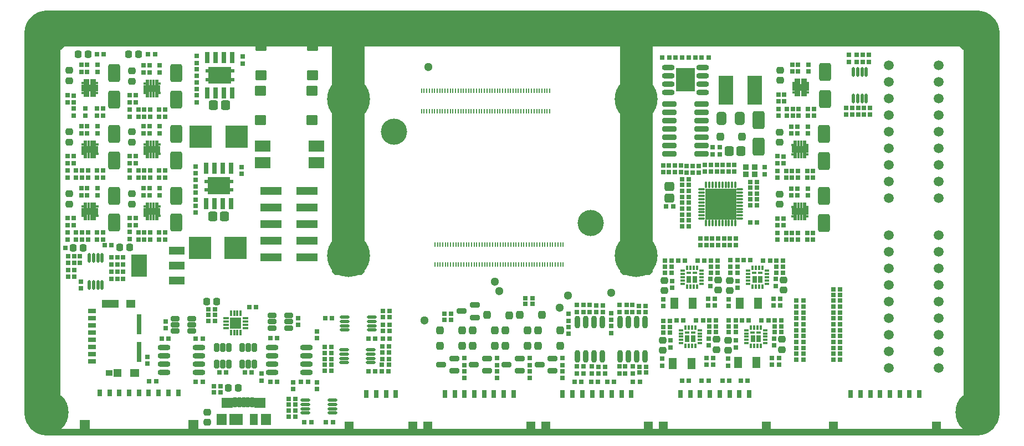
<source format=gbr>
G04*
G04 #@! TF.GenerationSoftware,Altium Limited,Altium Designer,24.9.1 (31)*
G04*
G04 Layer_Color=8388736*
%FSLAX44Y44*%
%MOMM*%
G71*
G04*
G04 #@! TF.SameCoordinates,11843470-2C0B-4DC8-9AB9-1888B6BF92CD*
G04*
G04*
G04 #@! TF.FilePolarity,Negative*
G04*
G01*
G75*
%ADD21R,0.6604X1.0414*%
%ADD64R,0.7000X1.0000*%
%ADD74R,3.1750X1.2700*%
%ADD75R,1.4986X2.0574*%
G04:AMPARAMS|DCode=76|XSize=1.1032mm|YSize=1.1532mm|CornerRadius=0.2016mm|HoleSize=0mm|Usage=FLASHONLY|Rotation=0.000|XOffset=0mm|YOffset=0mm|HoleType=Round|Shape=RoundedRectangle|*
%AMROUNDEDRECTD76*
21,1,1.1032,0.7500,0,0,0.0*
21,1,0.7000,1.1532,0,0,0.0*
1,1,0.4032,0.3500,-0.3750*
1,1,0.4032,-0.3500,-0.3750*
1,1,0.4032,-0.3500,0.3750*
1,1,0.4032,0.3500,0.3750*
%
%ADD76ROUNDEDRECTD76*%
G04:AMPARAMS|DCode=77|XSize=0.25mm|YSize=0.75mm|CornerRadius=0.075mm|HoleSize=0mm|Usage=FLASHONLY|Rotation=180.000|XOffset=0mm|YOffset=0mm|HoleType=Round|Shape=RoundedRectangle|*
%AMROUNDEDRECTD77*
21,1,0.2500,0.6000,0,0,180.0*
21,1,0.1000,0.7500,0,0,180.0*
1,1,0.1500,-0.0500,0.3000*
1,1,0.1500,0.0500,0.3000*
1,1,0.1500,0.0500,-0.3000*
1,1,0.1500,-0.0500,-0.3000*
%
%ADD77ROUNDEDRECTD77*%
%ADD78R,0.5032X0.8532*%
%ADD79R,0.8532X0.4532*%
%ADD80R,0.4532X0.8532*%
%ADD81R,2.6032X0.5032*%
%ADD82R,4.7000X4.7000*%
G04:AMPARAMS|DCode=83|XSize=0.36mm|YSize=0.94mm|CornerRadius=0.0825mm|HoleSize=0mm|Usage=FLASHONLY|Rotation=180.000|XOffset=0mm|YOffset=0mm|HoleType=Round|Shape=RoundedRectangle|*
%AMROUNDEDRECTD83*
21,1,0.3600,0.7750,0,0,180.0*
21,1,0.1950,0.9400,0,0,180.0*
1,1,0.1650,-0.0975,0.3875*
1,1,0.1650,0.0975,0.3875*
1,1,0.1650,0.0975,-0.3875*
1,1,0.1650,-0.0975,-0.3875*
%
%ADD83ROUNDEDRECTD83*%
G04:AMPARAMS|DCode=84|XSize=0.94mm|YSize=0.36mm|CornerRadius=0.0825mm|HoleSize=0mm|Usage=FLASHONLY|Rotation=180.000|XOffset=0mm|YOffset=0mm|HoleType=Round|Shape=RoundedRectangle|*
%AMROUNDEDRECTD84*
21,1,0.9400,0.1950,0,0,180.0*
21,1,0.7750,0.3600,0,0,180.0*
1,1,0.1650,-0.3875,0.0975*
1,1,0.1650,0.3875,0.0975*
1,1,0.1650,0.3875,-0.0975*
1,1,0.1650,-0.3875,-0.0975*
%
%ADD84ROUNDEDRECTD84*%
G04:AMPARAMS|DCode=85|XSize=1.1532mm|YSize=1.0532mm|CornerRadius=0.3141mm|HoleSize=0mm|Usage=FLASHONLY|Rotation=180.000|XOffset=0mm|YOffset=0mm|HoleType=Round|Shape=RoundedRectangle|*
%AMROUNDEDRECTD85*
21,1,1.1532,0.4250,0,0,180.0*
21,1,0.5250,1.0532,0,0,180.0*
1,1,0.6282,-0.2625,0.2125*
1,1,0.6282,0.2625,0.2125*
1,1,0.6282,0.2625,-0.2125*
1,1,0.6282,-0.2625,-0.2125*
%
%ADD85ROUNDEDRECTD85*%
G04:AMPARAMS|DCode=86|XSize=1.8532mm|YSize=2.7532mm|CornerRadius=0.3516mm|HoleSize=0mm|Usage=FLASHONLY|Rotation=180.000|XOffset=0mm|YOffset=0mm|HoleType=Round|Shape=RoundedRectangle|*
%AMROUNDEDRECTD86*
21,1,1.8532,2.0500,0,0,180.0*
21,1,1.1500,2.7532,0,0,180.0*
1,1,0.7032,-0.5750,1.0250*
1,1,0.7032,0.5750,1.0250*
1,1,0.7032,0.5750,-1.0250*
1,1,0.7032,-0.5750,-1.0250*
%
%ADD86ROUNDEDRECTD86*%
G04:AMPARAMS|DCode=87|XSize=1.1532mm|YSize=1.0532mm|CornerRadius=0.3141mm|HoleSize=0mm|Usage=FLASHONLY|Rotation=270.000|XOffset=0mm|YOffset=0mm|HoleType=Round|Shape=RoundedRectangle|*
%AMROUNDEDRECTD87*
21,1,1.1532,0.4250,0,0,270.0*
21,1,0.5250,1.0532,0,0,270.0*
1,1,0.6282,-0.2125,-0.2625*
1,1,0.6282,-0.2125,0.2625*
1,1,0.6282,0.2125,0.2625*
1,1,0.6282,0.2125,-0.2625*
%
%ADD87ROUNDEDRECTD87*%
%ADD88R,2.3632X1.7232*%
G04:AMPARAMS|DCode=89|XSize=1.7mm|YSize=1.5mm|CornerRadius=0.057mm|HoleSize=0mm|Usage=FLASHONLY|Rotation=0.000|XOffset=0mm|YOffset=0mm|HoleType=Round|Shape=RoundedRectangle|*
%AMROUNDEDRECTD89*
21,1,1.7000,1.3860,0,0,0.0*
21,1,1.5860,1.5000,0,0,0.0*
1,1,0.1140,0.7930,-0.6930*
1,1,0.1140,-0.7930,-0.6930*
1,1,0.1140,-0.7930,0.6930*
1,1,0.1140,0.7930,0.6930*
%
%ADD89ROUNDEDRECTD89*%
%ADD90R,0.7016X1.6516*%
G04:AMPARAMS|DCode=91|XSize=1.4032mm|YSize=1.5032mm|CornerRadius=0.3516mm|HoleSize=0mm|Usage=FLASHONLY|Rotation=180.000|XOffset=0mm|YOffset=0mm|HoleType=Round|Shape=RoundedRectangle|*
%AMROUNDEDRECTD91*
21,1,1.4032,0.8000,0,0,180.0*
21,1,0.7000,1.5032,0,0,180.0*
1,1,0.7032,-0.3500,0.4000*
1,1,0.7032,0.3500,0.4000*
1,1,0.7032,0.3500,-0.4000*
1,1,0.7032,-0.3500,-0.4000*
%
%ADD91ROUNDEDRECTD91*%
%ADD92R,3.5032X3.3532*%
%ADD93O,0.4516X1.5016*%
%ADD94R,2.3532X1.1532*%
%ADD95R,2.3532X3.4532*%
%ADD96R,0.7620X3.1242*%
%ADD97R,1.1938X0.7112*%
%ADD98R,0.9906X0.9144*%
%ADD99R,1.2954X1.2446*%
%ADD100R,1.3970X1.2446*%
%ADD101R,2.5908X1.2446*%
G04:AMPARAMS|DCode=102|XSize=1.8432mm|YSize=0.7932mm|CornerRadius=0.2491mm|HoleSize=0mm|Usage=FLASHONLY|Rotation=180.000|XOffset=0mm|YOffset=0mm|HoleType=Round|Shape=RoundedRectangle|*
%AMROUNDEDRECTD102*
21,1,1.8432,0.2950,0,0,180.0*
21,1,1.3450,0.7932,0,0,180.0*
1,1,0.4982,-0.6725,0.1475*
1,1,0.4982,0.6725,0.1475*
1,1,0.4982,0.6725,-0.1475*
1,1,0.4982,-0.6725,-0.1475*
%
%ADD102ROUNDEDRECTD102*%
G04:AMPARAMS|DCode=103|XSize=1.4132mm|YSize=0.7932mm|CornerRadius=0.1754mm|HoleSize=0mm|Usage=FLASHONLY|Rotation=180.000|XOffset=0mm|YOffset=0mm|HoleType=Round|Shape=RoundedRectangle|*
%AMROUNDEDRECTD103*
21,1,1.4132,0.4425,0,0,180.0*
21,1,1.0625,0.7932,0,0,180.0*
1,1,0.3507,-0.5313,0.2213*
1,1,0.3507,0.5313,0.2213*
1,1,0.3507,0.5313,-0.2213*
1,1,0.3507,-0.5313,-0.2213*
%
%ADD103ROUNDEDRECTD103*%
G04:AMPARAMS|DCode=104|XSize=0.91mm|YSize=0.34mm|CornerRadius=0.0491mm|HoleSize=0mm|Usage=FLASHONLY|Rotation=270.000|XOffset=0mm|YOffset=0mm|HoleType=Round|Shape=RoundedRectangle|*
%AMROUNDEDRECTD104*
21,1,0.9100,0.2418,0,0,270.0*
21,1,0.8118,0.3400,0,0,270.0*
1,1,0.0982,-0.1209,-0.4059*
1,1,0.0982,-0.1209,0.4059*
1,1,0.0982,0.1209,0.4059*
1,1,0.0982,0.1209,-0.4059*
%
%ADD104ROUNDEDRECTD104*%
G04:AMPARAMS|DCode=105|XSize=0.34mm|YSize=0.91mm|CornerRadius=0.0491mm|HoleSize=0mm|Usage=FLASHONLY|Rotation=270.000|XOffset=0mm|YOffset=0mm|HoleType=Round|Shape=RoundedRectangle|*
%AMROUNDEDRECTD105*
21,1,0.3400,0.8118,0,0,270.0*
21,1,0.2418,0.9100,0,0,270.0*
1,1,0.0982,-0.4059,-0.1209*
1,1,0.0982,-0.4059,0.1209*
1,1,0.0982,0.4059,0.1209*
1,1,0.0982,0.4059,-0.1209*
%
%ADD105ROUNDEDRECTD105*%
%ADD106R,1.7800X1.7800*%
G04:AMPARAMS|DCode=107|XSize=1.4132mm|YSize=0.7932mm|CornerRadius=0.1754mm|HoleSize=0mm|Usage=FLASHONLY|Rotation=270.000|XOffset=0mm|YOffset=0mm|HoleType=Round|Shape=RoundedRectangle|*
%AMROUNDEDRECTD107*
21,1,1.4132,0.4425,0,0,270.0*
21,1,1.0625,0.7932,0,0,270.0*
1,1,0.3507,-0.2213,-0.5313*
1,1,0.3507,-0.2213,0.5313*
1,1,0.3507,0.2213,0.5313*
1,1,0.3507,0.2213,-0.5313*
%
%ADD107ROUNDEDRECTD107*%
G04:AMPARAMS|DCode=108|XSize=0.6604mm|YSize=1.5748mm|CornerRadius=0.2159mm|HoleSize=0mm|Usage=FLASHONLY|Rotation=0.000|XOffset=0mm|YOffset=0mm|HoleType=Round|Shape=RoundedRectangle|*
%AMROUNDEDRECTD108*
21,1,0.6604,1.1430,0,0,0.0*
21,1,0.2286,1.5748,0,0,0.0*
1,1,0.4318,0.1143,-0.5715*
1,1,0.4318,-0.1143,-0.5715*
1,1,0.4318,-0.1143,0.5715*
1,1,0.4318,0.1143,0.5715*
%
%ADD108ROUNDEDRECTD108*%
%ADD109R,1.5032X1.8032*%
%ADD110R,1.7526X1.6256*%
%ADD111R,2.0032X1.8032*%
%ADD112R,1.2032X1.8032*%
%ADD113O,1.5016X0.4516*%
G04:AMPARAMS|DCode=114|XSize=1.5232mm|YSize=0.8032mm|CornerRadius=0.1766mm|HoleSize=0mm|Usage=FLASHONLY|Rotation=180.000|XOffset=0mm|YOffset=0mm|HoleType=Round|Shape=RoundedRectangle|*
%AMROUNDEDRECTD114*
21,1,1.5232,0.4500,0,0,180.0*
21,1,1.1700,0.8032,0,0,180.0*
1,1,0.3532,-0.5850,0.2250*
1,1,0.3532,0.5850,0.2250*
1,1,0.3532,0.5850,-0.2250*
1,1,0.3532,-0.5850,-0.2250*
%
%ADD114ROUNDEDRECTD114*%
G04:AMPARAMS|DCode=115|XSize=1.8432mm|YSize=0.7932mm|CornerRadius=0.2491mm|HoleSize=0mm|Usage=FLASHONLY|Rotation=90.000|XOffset=0mm|YOffset=0mm|HoleType=Round|Shape=RoundedRectangle|*
%AMROUNDEDRECTD115*
21,1,1.8432,0.2950,0,0,90.0*
21,1,1.3450,0.7932,0,0,90.0*
1,1,0.4982,0.1475,0.6725*
1,1,0.4982,0.1475,-0.6725*
1,1,0.4982,-0.1475,-0.6725*
1,1,0.4982,-0.1475,0.6725*
%
%ADD115ROUNDEDRECTD115*%
G04:AMPARAMS|DCode=116|XSize=0.75mm|YSize=0.7mm|CornerRadius=0.2mm|HoleSize=0mm|Usage=FLASHONLY|Rotation=90.000|XOffset=0mm|YOffset=0mm|HoleType=Round|Shape=RoundedRectangle|*
%AMROUNDEDRECTD116*
21,1,0.7500,0.3000,0,0,90.0*
21,1,0.3500,0.7000,0,0,90.0*
1,1,0.4000,0.1500,0.1750*
1,1,0.4000,0.1500,-0.1750*
1,1,0.4000,-0.1500,-0.1750*
1,1,0.4000,-0.1500,0.1750*
%
%ADD116ROUNDEDRECTD116*%
%ADD117R,0.7524X1.1524*%
%ADD118R,1.4024X1.9524*%
%ADD119R,0.7500X0.3500*%
%ADD120R,0.3500X0.7500*%
%ADD121R,0.7500X0.3286*%
%ADD122R,0.7500X0.4000*%
G04:AMPARAMS|DCode=123|XSize=0.75mm|YSize=0.7mm|CornerRadius=0.2mm|HoleSize=0mm|Usage=FLASHONLY|Rotation=180.000|XOffset=0mm|YOffset=0mm|HoleType=Round|Shape=RoundedRectangle|*
%AMROUNDEDRECTD123*
21,1,0.7500,0.3000,0,0,180.0*
21,1,0.3500,0.7000,0,0,180.0*
1,1,0.4000,-0.1750,0.1500*
1,1,0.4000,0.1750,0.1500*
1,1,0.4000,0.1750,-0.1500*
1,1,0.4000,-0.1750,-0.1500*
%
%ADD123ROUNDEDRECTD123*%
%ADD124R,1.2032X1.7032*%
G04:AMPARAMS|DCode=125|XSize=1.4032mm|YSize=1.5032mm|CornerRadius=0.3516mm|HoleSize=0mm|Usage=FLASHONLY|Rotation=270.000|XOffset=0mm|YOffset=0mm|HoleType=Round|Shape=RoundedRectangle|*
%AMROUNDEDRECTD125*
21,1,1.4032,0.8000,0,0,270.0*
21,1,0.7000,1.5032,0,0,270.0*
1,1,0.7032,-0.4000,-0.3500*
1,1,0.7032,-0.4000,0.3500*
1,1,0.7032,0.4000,0.3500*
1,1,0.7032,0.4000,-0.3500*
%
%ADD125ROUNDEDRECTD125*%
G04:AMPARAMS|DCode=126|XSize=2.1732mm|YSize=0.8032mm|CornerRadius=0.2516mm|HoleSize=0mm|Usage=FLASHONLY|Rotation=180.000|XOffset=0mm|YOffset=0mm|HoleType=Round|Shape=RoundedRectangle|*
%AMROUNDEDRECTD126*
21,1,2.1732,0.3000,0,0,180.0*
21,1,1.6700,0.8032,0,0,180.0*
1,1,0.5032,-0.8350,0.1500*
1,1,0.5032,0.8350,0.1500*
1,1,0.5032,0.8350,-0.1500*
1,1,0.5032,-0.8350,-0.1500*
%
%ADD126ROUNDEDRECTD126*%
%ADD127R,2.9210X3.6068*%
G04:AMPARAMS|DCode=128|XSize=1.9532mm|YSize=1.4532mm|CornerRadius=0.3516mm|HoleSize=0mm|Usage=FLASHONLY|Rotation=90.000|XOffset=0mm|YOffset=0mm|HoleType=Round|Shape=RoundedRectangle|*
%AMROUNDEDRECTD128*
21,1,1.9532,0.7500,0,0,90.0*
21,1,1.2500,1.4532,0,0,90.0*
1,1,0.7032,0.3750,0.6250*
1,1,0.7032,0.3750,-0.6250*
1,1,0.7032,-0.3750,-0.6250*
1,1,0.7032,-0.3750,0.6250*
%
%ADD128ROUNDEDRECTD128*%
%ADD129R,0.9500X0.8500*%
%ADD130R,2.2032X4.4032*%
%ADD131C,1.3000*%
%ADD132C,0.6016*%
%ADD133C,1.5000*%
%ADD134C,1.5240*%
%ADD135C,6.5532*%
%ADD136C,4.0000*%
G36*
X40000Y655000D02*
X1460000Y655000D01*
X1460000Y654999D01*
X1462294Y655000D01*
X1466843Y654401D01*
X1471275Y653214D01*
X1475513Y651458D01*
X1479487Y649164D01*
X1483127Y646371D01*
X1486371Y643127D01*
X1489164Y639487D01*
X1491458Y635513D01*
X1493214Y631275D01*
X1494401Y626843D01*
X1495000Y622294D01*
X1495000Y620000D01*
X1495000Y40000D01*
X1495000Y40000D01*
Y37706D01*
X1494401Y33157D01*
X1493213Y28725D01*
X1491458Y24486D01*
X1489164Y20513D01*
X1486371Y16873D01*
X1483126Y13629D01*
X1479487Y10836D01*
X1475513Y8542D01*
X1471274Y6786D01*
X1466843Y5599D01*
X1462294Y5000D01*
X39998D01*
X37704Y5000D01*
X33155Y5599D01*
X28723Y6786D01*
X24485Y8542D01*
X20512Y10836D01*
X16872Y13629D01*
X13628Y16874D01*
X10835Y20513D01*
X8541Y24487D01*
X6786Y28726D01*
X5598Y33157D01*
X5000Y37706D01*
X5000Y40000D01*
Y70000D01*
Y110000D01*
Y620000D01*
X5000Y622294D01*
X5598Y626843D01*
X6786Y631275D01*
X8541Y635514D01*
X10835Y639487D01*
X13628Y643127D01*
X16872Y646372D01*
X20512Y649165D01*
X24486Y651459D01*
X28725Y653214D01*
X33157Y654402D01*
X37706Y655000D01*
X40000Y655000D01*
D02*
G37*
%LPC*%
G36*
X1440000Y600000D02*
X965000D01*
Y255000D01*
X960000Y250000D01*
X920000D01*
X915000Y255000D01*
Y600000D01*
X525000D01*
Y255000D01*
X520000Y250000D01*
X480000D01*
X475000Y255000D01*
Y600000D01*
X60000D01*
Y110000D01*
Y70000D01*
Y15157D01*
X1440000D01*
Y600000D01*
D02*
G37*
%LPD*%
G36*
X320500Y543000D02*
X286500D01*
Y569000D01*
X320500D01*
Y543000D01*
D02*
G37*
G36*
X319000Y374000D02*
X285000D01*
Y400000D01*
X319000D01*
Y374000D01*
D02*
G37*
D21*
X240000Y70420D02*
D03*
X225000D02*
D03*
X210000D02*
D03*
X195000D02*
D03*
X180000D02*
D03*
X165000D02*
D03*
X150000D02*
D03*
X135000D02*
D03*
X120000D02*
D03*
D64*
X1018000Y153000D02*
D03*
X1027000D02*
D03*
X1118000D02*
D03*
X1127000D02*
D03*
X1029501Y244000D02*
D03*
X1020501D02*
D03*
X1129501D02*
D03*
X1120501D02*
D03*
D74*
X382000Y353800D02*
D03*
Y379200D02*
D03*
X436610Y303000D02*
D03*
Y277600D02*
D03*
Y379200D02*
D03*
X382000Y303000D02*
D03*
X436610Y328400D02*
D03*
X382000Y277600D02*
D03*
Y328400D02*
D03*
X436610Y353800D02*
D03*
D75*
X96950Y18520D02*
D03*
X263050D02*
D03*
D76*
X640200Y166000D02*
D03*
X673810Y165968D02*
D03*
X762190Y189032D02*
D03*
X795800Y189000D02*
D03*
X745810Y188968D02*
D03*
X712200Y189000D02*
D03*
X790200Y142000D02*
D03*
X823811Y141968D02*
D03*
X790200Y166000D02*
D03*
X823810Y165968D02*
D03*
X740200Y166000D02*
D03*
X773810Y165968D02*
D03*
X740200Y142000D02*
D03*
X773811Y141968D02*
D03*
X690200Y142000D02*
D03*
X723811Y141968D02*
D03*
X690200Y166000D02*
D03*
X723811Y165968D02*
D03*
X640200Y142000D02*
D03*
X673811Y141968D02*
D03*
X1068200Y462000D02*
D03*
X1101811Y461968D02*
D03*
D77*
X787790Y501400D02*
D03*
X707790D02*
D03*
X703790D02*
D03*
X695790D02*
D03*
X691790D02*
D03*
X683790D02*
D03*
X679790D02*
D03*
X663790Y532200D02*
D03*
X659790D02*
D03*
X711790D02*
D03*
X783790Y501400D02*
D03*
X611790D02*
D03*
X615790D02*
D03*
X619790D02*
D03*
X623790D02*
D03*
X643790D02*
D03*
X647790D02*
D03*
X655790D02*
D03*
X659790D02*
D03*
X631790D02*
D03*
X635790D02*
D03*
X759790D02*
D03*
X719790D02*
D03*
X723790D02*
D03*
X743790Y532200D02*
D03*
X747790D02*
D03*
X735790D02*
D03*
X739790D02*
D03*
X731790D02*
D03*
X727790D02*
D03*
X715790D02*
D03*
X719790D02*
D03*
X703790D02*
D03*
X699790D02*
D03*
X695790D02*
D03*
X691790D02*
D03*
X747790Y501400D02*
D03*
X743790D02*
D03*
X731790D02*
D03*
X727790D02*
D03*
X635790Y532200D02*
D03*
X631790D02*
D03*
X623790D02*
D03*
X619790D02*
D03*
X643790D02*
D03*
X639790D02*
D03*
X615790D02*
D03*
X611790D02*
D03*
X655790D02*
D03*
X651790D02*
D03*
X683790D02*
D03*
X679790D02*
D03*
X675790D02*
D03*
X671790D02*
D03*
Y501400D02*
D03*
X667790D02*
D03*
X799790Y532200D02*
D03*
X795790D02*
D03*
X791790D02*
D03*
X787790D02*
D03*
X775790Y501400D02*
D03*
X779790Y532200D02*
D03*
X767790D02*
D03*
X771790D02*
D03*
X763790Y501400D02*
D03*
X767790D02*
D03*
X755790D02*
D03*
Y532200D02*
D03*
X759790D02*
D03*
X779790Y501400D02*
D03*
X775790Y532200D02*
D03*
X763790D02*
D03*
X723790D02*
D03*
X627790D02*
D03*
X647790D02*
D03*
X667790D02*
D03*
X783790D02*
D03*
X751790D02*
D03*
X687790D02*
D03*
X791790Y501400D02*
D03*
X803790D02*
D03*
X795790D02*
D03*
X807790Y532200D02*
D03*
X803790D02*
D03*
X807790Y501400D02*
D03*
X799790D02*
D03*
X735790D02*
D03*
X739790D02*
D03*
X687790D02*
D03*
X699790D02*
D03*
X715790D02*
D03*
X675790D02*
D03*
X627790D02*
D03*
X639790D02*
D03*
X651790D02*
D03*
X663790D02*
D03*
X771790D02*
D03*
X751790D02*
D03*
X711790D02*
D03*
X707790Y532200D02*
D03*
X728250Y296900D02*
D03*
X732250Y266100D02*
D03*
X772250D02*
D03*
X792250D02*
D03*
X684250D02*
D03*
X672250D02*
D03*
X660250D02*
D03*
X648250D02*
D03*
X696250D02*
D03*
X736250D02*
D03*
X720250D02*
D03*
X708250D02*
D03*
X760250D02*
D03*
X756250D02*
D03*
X820250D02*
D03*
X828250D02*
D03*
X824250Y296900D02*
D03*
X828250D02*
D03*
X816250Y266100D02*
D03*
X824250D02*
D03*
X812250D02*
D03*
X708250Y296900D02*
D03*
X772250D02*
D03*
X804250D02*
D03*
X688250D02*
D03*
X668250D02*
D03*
X648250D02*
D03*
X744250D02*
D03*
X784250D02*
D03*
X796250D02*
D03*
X800250Y266100D02*
D03*
X780250Y296900D02*
D03*
X776250D02*
D03*
Y266100D02*
D03*
X788250D02*
D03*
X784250D02*
D03*
X792250Y296900D02*
D03*
X788250D02*
D03*
X800250D02*
D03*
X796250Y266100D02*
D03*
X808250Y296900D02*
D03*
X812250D02*
D03*
X816250D02*
D03*
X820250D02*
D03*
X688250Y266100D02*
D03*
X692250D02*
D03*
Y296900D02*
D03*
X696250D02*
D03*
X700250D02*
D03*
X704250D02*
D03*
X672250D02*
D03*
X676250D02*
D03*
X632250D02*
D03*
X636250D02*
D03*
X660250D02*
D03*
X664250D02*
D03*
X640250D02*
D03*
X644250D02*
D03*
X652250D02*
D03*
X656250D02*
D03*
X748250Y266100D02*
D03*
X752250D02*
D03*
X764250D02*
D03*
X768250D02*
D03*
X712250Y296900D02*
D03*
X716250D02*
D03*
X720250D02*
D03*
X724250D02*
D03*
X740250D02*
D03*
X736250D02*
D03*
X748250D02*
D03*
X752250D02*
D03*
X760250D02*
D03*
X756250D02*
D03*
X768250D02*
D03*
X764250D02*
D03*
X744250Y266100D02*
D03*
X740250D02*
D03*
X780250D02*
D03*
X656250D02*
D03*
X652250D02*
D03*
X680250D02*
D03*
X676250D02*
D03*
X668250D02*
D03*
X664250D02*
D03*
X644250D02*
D03*
X640250D02*
D03*
X636250D02*
D03*
X632250D02*
D03*
X804250D02*
D03*
X732250Y296900D02*
D03*
X680250D02*
D03*
X684250D02*
D03*
X700250Y266100D02*
D03*
X704250D02*
D03*
X712250D02*
D03*
X716250D02*
D03*
X724250D02*
D03*
X728250D02*
D03*
X808250D02*
D03*
D78*
X1184250Y528029D02*
D03*
X1198250Y528000D02*
D03*
Y546499D02*
D03*
X1184250D02*
D03*
X193080Y526618D02*
D03*
X207080Y526589D02*
D03*
Y545088D02*
D03*
X193080D02*
D03*
X207080Y338588D02*
D03*
Y357088D02*
D03*
X193080D02*
D03*
Y338617D02*
D03*
X112080Y338588D02*
D03*
X98080Y338617D02*
D03*
X112080Y357088D02*
D03*
X98080D02*
D03*
X207080Y433588D02*
D03*
X193080Y433617D02*
D03*
X207080Y452088D02*
D03*
X193080D02*
D03*
X98080Y433617D02*
D03*
X112080Y433588D02*
D03*
Y452088D02*
D03*
X98080D02*
D03*
X112010Y527241D02*
D03*
Y545741D02*
D03*
X98011D02*
D03*
Y527270D02*
D03*
X1183000Y433270D02*
D03*
X1197000Y451741D02*
D03*
Y433241D02*
D03*
X1183000Y451741D02*
D03*
X1183011Y338270D02*
D03*
X1197011Y356740D02*
D03*
Y338241D02*
D03*
X1183011Y356740D02*
D03*
D79*
X1182500Y530029D02*
D03*
X1200000Y530000D02*
D03*
Y544500D02*
D03*
X1182500Y544499D02*
D03*
X191330Y528618D02*
D03*
X208830Y528588D02*
D03*
Y543088D02*
D03*
X191330D02*
D03*
X208830Y340588D02*
D03*
Y355088D02*
D03*
X191330D02*
D03*
Y340617D02*
D03*
X113830Y340588D02*
D03*
X96330Y340617D02*
D03*
X113830Y355088D02*
D03*
X96330D02*
D03*
X208830Y435588D02*
D03*
X191330Y435617D02*
D03*
X208830Y450088D02*
D03*
X191330D02*
D03*
X96330Y435617D02*
D03*
X113830Y435588D02*
D03*
Y450088D02*
D03*
X96330D02*
D03*
X113761Y529241D02*
D03*
Y543741D02*
D03*
X96260Y543740D02*
D03*
Y529270D02*
D03*
X1181250Y435271D02*
D03*
Y449741D02*
D03*
X1198750Y449741D02*
D03*
Y435241D02*
D03*
X1181261Y340270D02*
D03*
Y354740D02*
D03*
X1198761Y354740D02*
D03*
Y340241D02*
D03*
D80*
X1193498Y528000D02*
D03*
X1189007Y528030D02*
D03*
Y546499D02*
D03*
X1193498D02*
D03*
X197836Y545088D02*
D03*
X202328Y526589D02*
D03*
X197836Y526618D02*
D03*
X202328Y545088D02*
D03*
Y338588D02*
D03*
X197836Y338618D02*
D03*
Y357088D02*
D03*
X202328D02*
D03*
X102837Y338618D02*
D03*
Y357088D02*
D03*
X107328Y338588D02*
D03*
Y357088D02*
D03*
X202328Y433588D02*
D03*
X197836Y433618D02*
D03*
Y452088D02*
D03*
X202328D02*
D03*
X107328Y433588D02*
D03*
X102837Y433618D02*
D03*
Y452088D02*
D03*
X107328D02*
D03*
X102767Y527270D02*
D03*
Y545741D02*
D03*
X107259Y527241D02*
D03*
Y545741D02*
D03*
X1187757Y433271D02*
D03*
X1192248Y433241D02*
D03*
X1187757Y451741D02*
D03*
X1192248D02*
D03*
X1187767Y338270D02*
D03*
X1192259Y338241D02*
D03*
X1187767Y356740D02*
D03*
X1192259D02*
D03*
D81*
X1191239Y539759D02*
D03*
X1191250Y534759D02*
D03*
X200069Y538347D02*
D03*
X200080Y533347D02*
D03*
X200069Y350348D02*
D03*
X200080Y345347D02*
D03*
X105069Y350348D02*
D03*
X105080Y345347D02*
D03*
X200069Y445347D02*
D03*
X200080Y440347D02*
D03*
X105069Y445347D02*
D03*
X105080Y440347D02*
D03*
X105000Y539000D02*
D03*
X105011Y534000D02*
D03*
X1189989Y445000D02*
D03*
X1190000Y440000D02*
D03*
Y350000D02*
D03*
X1190011Y345000D02*
D03*
D82*
X1069000Y359000D02*
D03*
D83*
X1091500Y388450D02*
D03*
X1086500D02*
D03*
X1081500D02*
D03*
X1076500D02*
D03*
X1071500D02*
D03*
X1066500D02*
D03*
X1061500D02*
D03*
X1056500D02*
D03*
X1051500D02*
D03*
X1046500D02*
D03*
Y329550D02*
D03*
X1051500D02*
D03*
X1056500D02*
D03*
X1061500D02*
D03*
X1066500D02*
D03*
X1071500D02*
D03*
X1076500D02*
D03*
X1081500D02*
D03*
X1086500D02*
D03*
X1091500D02*
D03*
D84*
X1098450Y336500D02*
D03*
Y341500D02*
D03*
Y346500D02*
D03*
Y351500D02*
D03*
Y356500D02*
D03*
Y361500D02*
D03*
Y366500D02*
D03*
Y371500D02*
D03*
Y376500D02*
D03*
Y381500D02*
D03*
X1039550D02*
D03*
Y376500D02*
D03*
Y371500D02*
D03*
Y366500D02*
D03*
Y361500D02*
D03*
Y356500D02*
D03*
Y351500D02*
D03*
Y346500D02*
D03*
Y341500D02*
D03*
Y336500D02*
D03*
D85*
X168931Y374402D02*
D03*
Y358903D02*
D03*
X73931Y374402D02*
D03*
Y358903D02*
D03*
X168931Y562402D02*
D03*
Y546902D02*
D03*
Y469403D02*
D03*
Y453903D02*
D03*
X73931Y563403D02*
D03*
Y547903D02*
D03*
Y469403D02*
D03*
Y453903D02*
D03*
X284000Y40750D02*
D03*
Y25250D02*
D03*
X980499Y150750D02*
D03*
Y135250D02*
D03*
X1062499Y151750D02*
D03*
Y136250D02*
D03*
X1080499Y150750D02*
D03*
Y135250D02*
D03*
X1162499Y151750D02*
D03*
Y136250D02*
D03*
X1065000Y242750D02*
D03*
Y227250D02*
D03*
X983000Y241750D02*
D03*
Y226250D02*
D03*
X1165000Y242750D02*
D03*
Y227250D02*
D03*
X1160101Y563814D02*
D03*
Y548314D02*
D03*
X1158851Y453556D02*
D03*
Y469056D02*
D03*
X1158862Y358555D02*
D03*
Y374055D02*
D03*
X1083000Y241750D02*
D03*
Y226250D02*
D03*
D86*
X142000Y559500D02*
D03*
Y518500D02*
D03*
Y371500D02*
D03*
Y330500D02*
D03*
Y425500D02*
D03*
Y466500D02*
D03*
X237000Y559500D02*
D03*
Y518500D02*
D03*
Y466500D02*
D03*
Y425500D02*
D03*
Y371500D02*
D03*
Y330500D02*
D03*
X1127000Y446500D02*
D03*
Y487500D02*
D03*
X1226931Y330153D02*
D03*
Y371153D02*
D03*
X1226920Y466153D02*
D03*
Y425153D02*
D03*
X1228170Y519912D02*
D03*
Y560912D02*
D03*
D87*
X87250Y588000D02*
D03*
X102750D02*
D03*
X179750Y588000D02*
D03*
X164250D02*
D03*
X150250Y293000D02*
D03*
X165750D02*
D03*
X79250Y292000D02*
D03*
X94750D02*
D03*
X316250Y78000D02*
D03*
X331750D02*
D03*
X298750Y210000D02*
D03*
X283250D02*
D03*
D88*
X451300Y447950D02*
D03*
Y422550D02*
D03*
X368700D02*
D03*
Y447950D02*
D03*
D89*
X365500Y532500D02*
D03*
X444500Y487500D02*
D03*
X365500D02*
D03*
X444500Y532500D02*
D03*
X445500Y600750D02*
D03*
X366500Y555750D02*
D03*
X445500D02*
D03*
X366500Y600750D02*
D03*
D90*
X322550Y529000D02*
D03*
X309850D02*
D03*
X297150D02*
D03*
X284450D02*
D03*
Y583000D02*
D03*
X297150D02*
D03*
X309850D02*
D03*
X322550D02*
D03*
X321050Y414000D02*
D03*
X308350D02*
D03*
X295650D02*
D03*
X282950D02*
D03*
Y360000D02*
D03*
X295650D02*
D03*
X308350D02*
D03*
X321050D02*
D03*
D91*
X312000Y509998D02*
D03*
X294000D02*
D03*
X310500Y339998D02*
D03*
X292500D02*
D03*
X1100000Y439998D02*
D03*
X1082000D02*
D03*
D92*
X329500Y462000D02*
D03*
X274500D02*
D03*
X273000Y292000D02*
D03*
X328000D02*
D03*
D93*
X123750Y276500D02*
D03*
X110750D02*
D03*
X117250D02*
D03*
X110750Y235500D02*
D03*
X117250D02*
D03*
X104250D02*
D03*
Y276500D02*
D03*
X123750Y235500D02*
D03*
X1291500Y561500D02*
D03*
X1285000D02*
D03*
X1278500D02*
D03*
X1285000Y520500D02*
D03*
X1278500D02*
D03*
X1272000Y561500D02*
D03*
Y520500D02*
D03*
X1291500D02*
D03*
D94*
X238000Y288000D02*
D03*
Y265000D02*
D03*
Y242000D02*
D03*
D95*
X180000Y265000D02*
D03*
D96*
X180373Y133050D02*
D03*
Y174950D02*
D03*
D97*
X108023Y151000D02*
D03*
Y118000D02*
D03*
Y129000D02*
D03*
Y140000D02*
D03*
Y162000D02*
D03*
Y184000D02*
D03*
Y195000D02*
D03*
Y173000D02*
D03*
D98*
X134823Y100400D02*
D03*
D99*
X147523Y100250D02*
D03*
D100*
X173623D02*
D03*
X167923Y206750D02*
D03*
D101*
X136073Y206750D02*
D03*
D102*
X218650Y100950D02*
D03*
Y139050D02*
D03*
Y113650D02*
D03*
X271350Y100950D02*
D03*
Y139050D02*
D03*
Y113650D02*
D03*
Y126350D02*
D03*
X218650D02*
D03*
X383650Y100950D02*
D03*
Y139050D02*
D03*
Y113650D02*
D03*
X436350Y100950D02*
D03*
Y139050D02*
D03*
Y113650D02*
D03*
Y126350D02*
D03*
X383650D02*
D03*
X1041350Y568050D02*
D03*
X988650Y555350D02*
D03*
X1041350D02*
D03*
X988650Y568050D02*
D03*
Y529950D02*
D03*
Y542650D02*
D03*
X1041350Y529950D02*
D03*
Y542650D02*
D03*
D103*
X235450Y164500D02*
D03*
Y174000D02*
D03*
Y183500D02*
D03*
X260550D02*
D03*
Y164500D02*
D03*
Y174000D02*
D03*
X383450Y188500D02*
D03*
Y169500D02*
D03*
X408550D02*
D03*
Y179000D02*
D03*
Y188500D02*
D03*
X383450Y179000D02*
D03*
D104*
X335500Y191700D02*
D03*
X330500D02*
D03*
X325500D02*
D03*
X320500D02*
D03*
Y162300D02*
D03*
X325500D02*
D03*
X330500D02*
D03*
X335500D02*
D03*
D105*
X313300Y184500D02*
D03*
Y179500D02*
D03*
Y174500D02*
D03*
Y169500D02*
D03*
X342700D02*
D03*
Y174500D02*
D03*
Y179500D02*
D03*
Y184500D02*
D03*
D106*
X328000Y177000D02*
D03*
D107*
X317500Y139550D02*
D03*
X298500D02*
D03*
Y114450D02*
D03*
X308000D02*
D03*
X317500D02*
D03*
X308000Y139550D02*
D03*
X356500Y114450D02*
D03*
X347000D02*
D03*
X337500D02*
D03*
Y139550D02*
D03*
X356500D02*
D03*
X347000D02*
D03*
D108*
X346500Y55802D02*
D03*
X333500D02*
D03*
X340000D02*
D03*
X327000D02*
D03*
X353000D02*
D03*
D109*
X373750Y29202D02*
D03*
X306250D02*
D03*
D110*
X315125Y54952D02*
D03*
X364875D02*
D03*
D111*
X328500Y29202D02*
D03*
D112*
X355494D02*
D03*
D113*
X475500Y39250D02*
D03*
Y45750D02*
D03*
Y52250D02*
D03*
X434500Y45750D02*
D03*
Y52250D02*
D03*
Y58750D02*
D03*
X475500D02*
D03*
X434500Y39250D02*
D03*
X534500Y122750D02*
D03*
X493500D02*
D03*
Y129250D02*
D03*
X534500Y116250D02*
D03*
Y129250D02*
D03*
Y135750D02*
D03*
X493500D02*
D03*
Y116250D02*
D03*
X494500Y172750D02*
D03*
Y179250D02*
D03*
X535500Y166250D02*
D03*
Y172750D02*
D03*
Y179250D02*
D03*
Y185750D02*
D03*
X494500D02*
D03*
Y166250D02*
D03*
D114*
X693000Y185500D02*
D03*
X673000Y195000D02*
D03*
X693000Y204500D02*
D03*
X792000Y113000D02*
D03*
X812000Y103500D02*
D03*
Y122500D02*
D03*
X742000Y113000D02*
D03*
X762000Y103500D02*
D03*
Y122500D02*
D03*
X692000Y113000D02*
D03*
X712000Y103500D02*
D03*
Y122500D02*
D03*
X642000Y113000D02*
D03*
X662000Y103500D02*
D03*
Y122500D02*
D03*
D115*
X940350Y125650D02*
D03*
X953050Y178350D02*
D03*
X914950Y125650D02*
D03*
X927650D02*
D03*
X940350Y178350D02*
D03*
X927650D02*
D03*
X914950D02*
D03*
X953050Y125650D02*
D03*
X875350Y125650D02*
D03*
X888050Y178350D02*
D03*
X849950Y125650D02*
D03*
X862650D02*
D03*
X875350Y178350D02*
D03*
X862650D02*
D03*
X849950D02*
D03*
X888050Y125650D02*
D03*
D116*
X902000Y172250D02*
D03*
Y161750D02*
D03*
X1080000Y111750D02*
D03*
Y122250D02*
D03*
X1092499Y150250D02*
D03*
Y139750D02*
D03*
X1150499Y153250D02*
D03*
Y142750D02*
D03*
X979499Y111750D02*
D03*
Y122250D02*
D03*
X992499Y150250D02*
D03*
Y139750D02*
D03*
X1050499Y153250D02*
D03*
Y142750D02*
D03*
X337000Y415500D02*
D03*
Y405000D02*
D03*
X71000Y432250D02*
D03*
Y421750D02*
D03*
X166000Y432250D02*
D03*
Y421750D02*
D03*
X267000Y365750D02*
D03*
Y376250D02*
D03*
X91931Y561403D02*
D03*
Y571903D02*
D03*
X116931Y561403D02*
D03*
Y571903D02*
D03*
X338500Y584500D02*
D03*
Y574000D02*
D03*
X268500Y534750D02*
D03*
Y545250D02*
D03*
X91931Y372402D02*
D03*
Y382903D02*
D03*
X116931Y372402D02*
D03*
Y382903D02*
D03*
X71000Y337250D02*
D03*
Y326750D02*
D03*
X186931Y372402D02*
D03*
Y382903D02*
D03*
X211931Y372402D02*
D03*
Y382903D02*
D03*
X91931Y467402D02*
D03*
Y477903D02*
D03*
X116931Y467402D02*
D03*
Y477903D02*
D03*
X186931Y467402D02*
D03*
Y477903D02*
D03*
X211931Y467402D02*
D03*
Y477903D02*
D03*
X91000Y229750D02*
D03*
Y240250D02*
D03*
X90000Y279250D02*
D03*
Y268750D02*
D03*
X423000Y184250D02*
D03*
Y173750D02*
D03*
X1056000Y306250D02*
D03*
Y295750D02*
D03*
X1038000Y306250D02*
D03*
Y295750D02*
D03*
X1047000Y306250D02*
D03*
Y295750D02*
D03*
X221000Y168750D02*
D03*
Y179250D02*
D03*
X193000Y114750D02*
D03*
Y125250D02*
D03*
X367000Y99250D02*
D03*
Y88750D02*
D03*
X1053000Y244250D02*
D03*
Y233750D02*
D03*
X995000Y241250D02*
D03*
Y230750D02*
D03*
X981501Y202750D02*
D03*
Y213250D02*
D03*
X1153000Y244250D02*
D03*
Y233750D02*
D03*
X1095000Y241250D02*
D03*
Y230750D02*
D03*
X1081501Y202850D02*
D03*
Y213350D02*
D03*
X1136000Y415250D02*
D03*
Y404750D02*
D03*
X166000Y337250D02*
D03*
Y326750D02*
D03*
X1017000Y417250D02*
D03*
Y406750D02*
D03*
X981000Y418250D02*
D03*
Y407750D02*
D03*
X79931Y514403D02*
D03*
Y524902D02*
D03*
X267000Y356250D02*
D03*
Y345750D02*
D03*
Y416250D02*
D03*
Y405750D02*
D03*
X115931Y494403D02*
D03*
Y504902D02*
D03*
X124931D02*
D03*
Y494403D02*
D03*
X79931D02*
D03*
Y504902D02*
D03*
X97931D02*
D03*
Y494403D02*
D03*
X267000Y396250D02*
D03*
Y385750D02*
D03*
X100931Y561403D02*
D03*
Y571903D02*
D03*
X268500Y514750D02*
D03*
Y525250D02*
D03*
Y585250D02*
D03*
Y574750D02*
D03*
X93000Y304750D02*
D03*
Y315250D02*
D03*
X116000Y304750D02*
D03*
Y315250D02*
D03*
X125000D02*
D03*
Y304750D02*
D03*
X80000Y326750D02*
D03*
Y337250D02*
D03*
X268500Y565250D02*
D03*
Y554750D02*
D03*
X71000Y304750D02*
D03*
Y315250D02*
D03*
X100931Y372402D02*
D03*
Y382903D02*
D03*
X175000Y326750D02*
D03*
Y337250D02*
D03*
X211000Y304750D02*
D03*
Y315250D02*
D03*
X220000Y304750D02*
D03*
Y315250D02*
D03*
X80000Y421750D02*
D03*
Y432250D02*
D03*
X84000Y304750D02*
D03*
Y315250D02*
D03*
X116000Y410250D02*
D03*
Y399750D02*
D03*
X125000Y410250D02*
D03*
Y399750D02*
D03*
X166000Y305750D02*
D03*
Y316250D02*
D03*
X188000Y304750D02*
D03*
Y315250D02*
D03*
X71000Y399750D02*
D03*
Y410250D02*
D03*
X195931Y372402D02*
D03*
Y382903D02*
D03*
X100931Y467402D02*
D03*
Y477903D02*
D03*
X197000Y503250D02*
D03*
Y492750D02*
D03*
X188000Y399750D02*
D03*
Y410250D02*
D03*
X175000Y421750D02*
D03*
Y432250D02*
D03*
X179000Y399750D02*
D03*
Y410250D02*
D03*
X197000D02*
D03*
Y399750D02*
D03*
X166000D02*
D03*
Y410250D02*
D03*
X195931Y467402D02*
D03*
Y477903D02*
D03*
X147000Y266750D02*
D03*
Y277250D02*
D03*
X138000Y266750D02*
D03*
Y277250D02*
D03*
X81000Y268750D02*
D03*
Y279250D02*
D03*
X72000Y268750D02*
D03*
Y279250D02*
D03*
X138000Y244750D02*
D03*
Y255250D02*
D03*
X147000Y244750D02*
D03*
Y255250D02*
D03*
X156000Y266750D02*
D03*
Y277250D02*
D03*
X1054000Y408750D02*
D03*
Y419250D02*
D03*
X1270000Y506250D02*
D03*
Y495750D02*
D03*
X1297000Y495750D02*
D03*
Y506250D02*
D03*
X1008000Y418250D02*
D03*
Y407750D02*
D03*
X990000Y418250D02*
D03*
Y407750D02*
D03*
X999000Y418250D02*
D03*
Y407750D02*
D03*
X186931Y560402D02*
D03*
Y570902D02*
D03*
X211931Y560402D02*
D03*
Y570902D02*
D03*
X179000Y304750D02*
D03*
Y315250D02*
D03*
X93000Y399750D02*
D03*
Y410250D02*
D03*
X84000Y399750D02*
D03*
Y410250D02*
D03*
X175000Y514750D02*
D03*
Y525250D02*
D03*
X211000Y503250D02*
D03*
Y492750D02*
D03*
X220000Y503250D02*
D03*
Y492750D02*
D03*
X179000D02*
D03*
Y503250D02*
D03*
X188000Y492750D02*
D03*
Y503250D02*
D03*
X166000Y492750D02*
D03*
Y503250D02*
D03*
X195931Y560402D02*
D03*
Y570902D02*
D03*
X211000Y410250D02*
D03*
Y399750D02*
D03*
X220000Y410250D02*
D03*
Y399750D02*
D03*
X72000Y258250D02*
D03*
Y247750D02*
D03*
X81000Y258250D02*
D03*
Y247750D02*
D03*
X156000Y244750D02*
D03*
Y255250D02*
D03*
X452000Y153500D02*
D03*
Y164000D02*
D03*
X1295000Y576750D02*
D03*
Y587250D02*
D03*
X777000Y92750D02*
D03*
Y103250D02*
D03*
X827000Y92750D02*
D03*
Y103250D02*
D03*
X677000Y92750D02*
D03*
Y103250D02*
D03*
X727000Y92750D02*
D03*
Y103250D02*
D03*
X777000Y112750D02*
D03*
Y123250D02*
D03*
X827000Y112750D02*
D03*
Y123250D02*
D03*
X677000Y112750D02*
D03*
Y123250D02*
D03*
X727000Y112750D02*
D03*
Y123250D02*
D03*
X197000Y315250D02*
D03*
Y304750D02*
D03*
X102000Y315250D02*
D03*
Y304750D02*
D03*
Y410250D02*
D03*
Y399750D02*
D03*
X836650Y170900D02*
D03*
Y160400D02*
D03*
X849000Y99750D02*
D03*
Y110250D02*
D03*
X836650Y180400D02*
D03*
Y190900D02*
D03*
X902000Y181750D02*
D03*
Y192250D02*
D03*
X849000Y204250D02*
D03*
Y193750D02*
D03*
X914000Y99750D02*
D03*
Y110250D02*
D03*
X914000Y204250D02*
D03*
Y193750D02*
D03*
X859000Y99750D02*
D03*
Y110250D02*
D03*
X872000Y99750D02*
D03*
Y110250D02*
D03*
X859000Y204250D02*
D03*
Y193750D02*
D03*
X869000Y204250D02*
D03*
Y193750D02*
D03*
X923000Y99750D02*
D03*
Y110250D02*
D03*
X935000Y99750D02*
D03*
Y110250D02*
D03*
X925000Y204250D02*
D03*
Y193750D02*
D03*
X934000Y204250D02*
D03*
Y193750D02*
D03*
X1092000Y306250D02*
D03*
Y295750D02*
D03*
X1083000Y306250D02*
D03*
Y295750D02*
D03*
X1157170Y526661D02*
D03*
Y516162D02*
D03*
X1178101Y561814D02*
D03*
Y572314D02*
D03*
X1261000Y506250D02*
D03*
Y495750D02*
D03*
X1265000Y576750D02*
D03*
Y587250D02*
D03*
X1276750Y587250D02*
D03*
Y576750D02*
D03*
X1285750Y587250D02*
D03*
Y576750D02*
D03*
X1279000Y506250D02*
D03*
Y495750D02*
D03*
X1288000Y506250D02*
D03*
Y495750D02*
D03*
X71000Y525250D02*
D03*
Y514750D02*
D03*
X166000Y525250D02*
D03*
Y514750D02*
D03*
X1074000Y306250D02*
D03*
Y295750D02*
D03*
X1065000Y306250D02*
D03*
Y295750D02*
D03*
X1081000Y419250D02*
D03*
Y408750D02*
D03*
X1090000Y419250D02*
D03*
Y408750D02*
D03*
X1026000Y417250D02*
D03*
Y406750D02*
D03*
X1063000Y419250D02*
D03*
Y408750D02*
D03*
X1072000Y419250D02*
D03*
Y408750D02*
D03*
X1203101Y561814D02*
D03*
Y572314D02*
D03*
X1035000Y417250D02*
D03*
Y406750D02*
D03*
X1166170Y516162D02*
D03*
Y526662D02*
D03*
X1202170Y504662D02*
D03*
Y494162D02*
D03*
X1211170Y504662D02*
D03*
Y494162D02*
D03*
X1179170D02*
D03*
Y504662D02*
D03*
X1170170D02*
D03*
Y494162D02*
D03*
X1157170D02*
D03*
Y504662D02*
D03*
X1188170D02*
D03*
Y494162D02*
D03*
X1187101Y561814D02*
D03*
Y572314D02*
D03*
X1155931Y336903D02*
D03*
Y326403D02*
D03*
X1176851Y467056D02*
D03*
Y477556D02*
D03*
X1201851Y467056D02*
D03*
Y477556D02*
D03*
X1156000Y432250D02*
D03*
Y421750D02*
D03*
X1176862Y372055D02*
D03*
Y382555D02*
D03*
X1201862Y372055D02*
D03*
Y382555D02*
D03*
X1164920Y421403D02*
D03*
Y431903D02*
D03*
X1200920Y409903D02*
D03*
Y399403D02*
D03*
X1209920Y409903D02*
D03*
Y399403D02*
D03*
X1177920Y409903D02*
D03*
Y399403D02*
D03*
X1168920Y409903D02*
D03*
Y399403D02*
D03*
X1155920D02*
D03*
Y409903D02*
D03*
X1186920D02*
D03*
Y399403D02*
D03*
X1185851Y467056D02*
D03*
Y477556D02*
D03*
X1164931Y326403D02*
D03*
Y336903D02*
D03*
X1200931Y314903D02*
D03*
Y304403D02*
D03*
X1209931Y314903D02*
D03*
Y304403D02*
D03*
X1177931Y314903D02*
D03*
Y304403D02*
D03*
X1168931Y314903D02*
D03*
Y304403D02*
D03*
X1155931D02*
D03*
Y314903D02*
D03*
X1186931D02*
D03*
Y304403D02*
D03*
X1185862Y372055D02*
D03*
Y382555D02*
D03*
X416000Y86250D02*
D03*
Y75750D02*
D03*
X452000Y86250D02*
D03*
Y75750D02*
D03*
X1045000Y419250D02*
D03*
Y408750D02*
D03*
D117*
X842500Y68700D02*
D03*
X872500D02*
D03*
X902500D02*
D03*
X932500D02*
D03*
X827500D02*
D03*
X857500D02*
D03*
X887500D02*
D03*
X917500D02*
D03*
X1327500D02*
D03*
X1342500D02*
D03*
X1372500D02*
D03*
X1357500D02*
D03*
X1267500D02*
D03*
X1282500D02*
D03*
X1312500D02*
D03*
X1297500D02*
D03*
X1007500D02*
D03*
X1037500D02*
D03*
X1067500D02*
D03*
X1097500D02*
D03*
X1022500D02*
D03*
X1052500D02*
D03*
X1082500D02*
D03*
X1112500D02*
D03*
X557500Y68700D02*
D03*
X542500D02*
D03*
X527500D02*
D03*
X572500D02*
D03*
X737500Y68700D02*
D03*
X707500D02*
D03*
X647500D02*
D03*
X677500D02*
D03*
X662500D02*
D03*
X692500D02*
D03*
X722500D02*
D03*
X752500D02*
D03*
D118*
X801450Y16800D02*
D03*
X958550D02*
D03*
X1241450D02*
D03*
X1398550D02*
D03*
X981450D02*
D03*
X1138550D02*
D03*
X501450Y16800D02*
D03*
X598550D02*
D03*
X621450Y16800D02*
D03*
X778550D02*
D03*
D119*
X1008250Y166000D02*
D03*
Y161000D02*
D03*
Y156000D02*
D03*
Y151000D02*
D03*
Y146000D02*
D03*
X1036750D02*
D03*
Y151000D02*
D03*
Y161000D02*
D03*
Y166000D02*
D03*
X1108250D02*
D03*
Y161000D02*
D03*
Y156000D02*
D03*
Y151000D02*
D03*
Y146000D02*
D03*
X1136750D02*
D03*
Y151000D02*
D03*
Y161000D02*
D03*
Y166000D02*
D03*
X1039251Y257000D02*
D03*
Y252000D02*
D03*
Y242000D02*
D03*
Y237000D02*
D03*
X1010751D02*
D03*
Y242000D02*
D03*
Y247000D02*
D03*
Y252000D02*
D03*
Y257000D02*
D03*
X1139251D02*
D03*
Y252000D02*
D03*
Y242000D02*
D03*
Y237000D02*
D03*
X1110751D02*
D03*
Y242000D02*
D03*
Y247000D02*
D03*
Y252000D02*
D03*
Y257000D02*
D03*
D120*
X1015000Y141900D02*
D03*
X1020000D02*
D03*
X1025000D02*
D03*
X1015000Y170100D02*
D03*
X1020000D02*
D03*
X1025000D02*
D03*
X1030000D02*
D03*
Y141900D02*
D03*
X1115000D02*
D03*
X1120000D02*
D03*
X1125000D02*
D03*
X1115000Y170100D02*
D03*
X1120000D02*
D03*
X1125000D02*
D03*
X1130000D02*
D03*
Y141900D02*
D03*
X1032501Y232900D02*
D03*
Y261100D02*
D03*
X1027501D02*
D03*
X1022501D02*
D03*
X1017501D02*
D03*
X1027501Y232900D02*
D03*
X1022501D02*
D03*
X1017501D02*
D03*
X1132501D02*
D03*
Y261100D02*
D03*
X1127501D02*
D03*
X1122501D02*
D03*
X1117501D02*
D03*
X1127501Y232900D02*
D03*
X1122501D02*
D03*
X1117501D02*
D03*
D121*
X1036750Y156000D02*
D03*
X1136750D02*
D03*
X1039251Y247000D02*
D03*
X1139251D02*
D03*
D122*
X1017750Y162502D02*
D03*
X1027250D02*
D03*
X1117750D02*
D03*
X1127250D02*
D03*
X1029751Y253502D02*
D03*
X1020251D02*
D03*
X1129751D02*
D03*
X1120251D02*
D03*
D123*
X1091749Y181000D02*
D03*
X1081249D02*
D03*
X1151249Y163000D02*
D03*
X1161749D02*
D03*
X1101249Y181000D02*
D03*
X1111749D02*
D03*
X1151249Y172000D02*
D03*
X1161749D02*
D03*
X1141749Y181000D02*
D03*
X1131249D02*
D03*
X991749Y180000D02*
D03*
X981249D02*
D03*
X1051249Y163000D02*
D03*
X1061749D02*
D03*
X1001249Y181000D02*
D03*
X1011749D02*
D03*
X1051249Y172000D02*
D03*
X1061749D02*
D03*
X1041749Y181000D02*
D03*
X1031249D02*
D03*
X1091749Y172000D02*
D03*
X1081249D02*
D03*
X1091749Y163000D02*
D03*
X1081249D02*
D03*
X1151249Y181000D02*
D03*
X1161749D02*
D03*
X1147249Y113000D02*
D03*
X1157749D02*
D03*
X1147249Y123000D02*
D03*
X1157749D02*
D03*
X991749Y171000D02*
D03*
X981249D02*
D03*
X991749Y162000D02*
D03*
X981249D02*
D03*
X1051249Y181000D02*
D03*
X1061749D02*
D03*
X1047249Y113000D02*
D03*
X1057749D02*
D03*
X1047249Y123000D02*
D03*
X1057749D02*
D03*
X562250Y141000D02*
D03*
X551750D02*
D03*
X552750Y153000D02*
D03*
X563250D02*
D03*
X552750Y165000D02*
D03*
X563250D02*
D03*
X552750Y174000D02*
D03*
X563250D02*
D03*
X552750Y186000D02*
D03*
X563250D02*
D03*
X552750Y195000D02*
D03*
X563250D02*
D03*
X1251250Y121000D02*
D03*
X1240750D02*
D03*
X1240750Y130000D02*
D03*
X1251250D02*
D03*
X1240750Y139000D02*
D03*
X1251250D02*
D03*
X1251250Y148000D02*
D03*
X1240750D02*
D03*
X1251250Y157000D02*
D03*
X1240750D02*
D03*
Y166000D02*
D03*
X1251250D02*
D03*
X1240750Y175000D02*
D03*
X1251250D02*
D03*
Y184000D02*
D03*
X1240750D02*
D03*
X1251250Y193000D02*
D03*
X1240750D02*
D03*
Y202000D02*
D03*
X1251250D02*
D03*
X1240750Y211000D02*
D03*
X1251250D02*
D03*
X1240750Y220000D02*
D03*
X1251250D02*
D03*
X1240750Y228750D02*
D03*
X1251250D02*
D03*
X1056750Y435000D02*
D03*
X1067250D02*
D03*
X352250Y101000D02*
D03*
X341750D02*
D03*
X1020250Y325000D02*
D03*
X1009750D02*
D03*
X1020250Y334000D02*
D03*
X1009750D02*
D03*
X313250Y101000D02*
D03*
X302750D02*
D03*
X1020250Y343000D02*
D03*
X1009750D02*
D03*
X296250Y198000D02*
D03*
X285750D02*
D03*
X1020250Y352000D02*
D03*
X1009750D02*
D03*
X1020250Y361000D02*
D03*
X1009750D02*
D03*
X1049750Y214000D02*
D03*
X1060250D02*
D03*
X1049750Y204000D02*
D03*
X1060250D02*
D03*
X1020250Y89000D02*
D03*
X1009750D02*
D03*
X1050250Y89000D02*
D03*
X1039750D02*
D03*
X1053750Y272000D02*
D03*
X1064250D02*
D03*
X994250Y254000D02*
D03*
X983750D02*
D03*
X994250Y263000D02*
D03*
X983750D02*
D03*
X1149750Y214000D02*
D03*
X1160250D02*
D03*
X1149750Y204000D02*
D03*
X1160250D02*
D03*
X1082250Y89000D02*
D03*
X1071750D02*
D03*
X1110250Y89000D02*
D03*
X1099750D02*
D03*
X1153750Y272000D02*
D03*
X1164250D02*
D03*
X1094250Y254000D02*
D03*
X1083750D02*
D03*
X1094250Y263000D02*
D03*
X1083750D02*
D03*
X1056750Y446000D02*
D03*
X1067250D02*
D03*
X1010250Y583000D02*
D03*
X999750D02*
D03*
X1113750Y393000D02*
D03*
X1124250D02*
D03*
X475250Y184000D02*
D03*
X464750D02*
D03*
X474250Y140000D02*
D03*
X463750D02*
D03*
X985750Y355000D02*
D03*
X996250D02*
D03*
X1113750Y384000D02*
D03*
X1124250D02*
D03*
X1020250Y388000D02*
D03*
X1009750D02*
D03*
X1113750Y331000D02*
D03*
X1124250D02*
D03*
X1020250Y379000D02*
D03*
X1009750D02*
D03*
X1113750Y375000D02*
D03*
X1124250D02*
D03*
X1113750Y366000D02*
D03*
X1124250D02*
D03*
X138250Y296000D02*
D03*
X127750D02*
D03*
X194000Y588000D02*
D03*
X204500D02*
D03*
X67250Y292000D02*
D03*
X56750D02*
D03*
X1195250Y175000D02*
D03*
X1184750D02*
D03*
X1195250Y166000D02*
D03*
X1184750D02*
D03*
X1030250Y583000D02*
D03*
X1019750D02*
D03*
X1039750Y583000D02*
D03*
X1050250D02*
D03*
X1184750Y211000D02*
D03*
X1195250D02*
D03*
X1184750Y202000D02*
D03*
X1195250D02*
D03*
X359250Y201000D02*
D03*
X348750D02*
D03*
X296250Y189000D02*
D03*
X285750D02*
D03*
X277250Y87000D02*
D03*
X266750D02*
D03*
X1184750Y193000D02*
D03*
X1195250D02*
D03*
X1184750Y184000D02*
D03*
X1195250D02*
D03*
X1044250Y272000D02*
D03*
X1033750D02*
D03*
X1053750Y263000D02*
D03*
X1064250D02*
D03*
X1003750Y272000D02*
D03*
X1014250D02*
D03*
X1053750Y254000D02*
D03*
X1064250D02*
D03*
X994250Y272000D02*
D03*
X983750D02*
D03*
X1144250D02*
D03*
X1133750D02*
D03*
X1153750Y263000D02*
D03*
X1164250D02*
D03*
X1103750Y273000D02*
D03*
X1114250D02*
D03*
X1153750Y254000D02*
D03*
X1164250D02*
D03*
X1094250Y273000D02*
D03*
X1083750D02*
D03*
X474250Y113000D02*
D03*
X463750D02*
D03*
X474250Y122000D02*
D03*
X463750D02*
D03*
X551500Y113000D02*
D03*
X562000D02*
D03*
X551750Y122000D02*
D03*
X562250D02*
D03*
X474250Y131000D02*
D03*
X463750D02*
D03*
X474250Y104000D02*
D03*
X463750D02*
D03*
X541250Y103000D02*
D03*
X530750D02*
D03*
X541250Y153000D02*
D03*
X530750D02*
D03*
X550750Y103000D02*
D03*
X561250D02*
D03*
X419250Y61000D02*
D03*
X408750D02*
D03*
X419250Y52000D02*
D03*
X408750D02*
D03*
X1184750Y157000D02*
D03*
X1195250D02*
D03*
X1184750Y148000D02*
D03*
X1195250D02*
D03*
X1184750Y121000D02*
D03*
X1195250D02*
D03*
X391250Y87000D02*
D03*
X380750D02*
D03*
Y154000D02*
D03*
X391250D02*
D03*
X296250Y180000D02*
D03*
X285750D02*
D03*
X438250Y87000D02*
D03*
X427750D02*
D03*
X277250Y153000D02*
D03*
X266750D02*
D03*
X206250Y88000D02*
D03*
X195750D02*
D03*
X214750Y153000D02*
D03*
X225250D02*
D03*
X657250Y182000D02*
D03*
X646750D02*
D03*
X657250Y191000D02*
D03*
X646750D02*
D03*
X1195250Y139000D02*
D03*
X1184750D02*
D03*
X408750Y34000D02*
D03*
X419250D02*
D03*
X1020250Y370000D02*
D03*
X1009750D02*
D03*
X552000Y131500D02*
D03*
X562500D02*
D03*
X979750Y583000D02*
D03*
X990250D02*
D03*
X895750Y87000D02*
D03*
X906250D02*
D03*
X881750Y110000D02*
D03*
X892250D02*
D03*
X934750Y87000D02*
D03*
X945250D02*
D03*
X878750Y194000D02*
D03*
X889250D02*
D03*
X845750Y87000D02*
D03*
X856250D02*
D03*
X944750Y110000D02*
D03*
X955250D02*
D03*
X870750Y87000D02*
D03*
X881250D02*
D03*
X943750Y194000D02*
D03*
X954250D02*
D03*
X881750Y100000D02*
D03*
X892250D02*
D03*
X878750Y204000D02*
D03*
X889250D02*
D03*
X944750Y101000D02*
D03*
X955250D02*
D03*
X943750Y203000D02*
D03*
X954250D02*
D03*
X419250Y43000D02*
D03*
X408750D02*
D03*
X465750Y25000D02*
D03*
X476250D02*
D03*
X443250Y25000D02*
D03*
X432750D02*
D03*
X1113750Y357000D02*
D03*
X1124250D02*
D03*
X781250Y215000D02*
D03*
X770750D02*
D03*
X781250Y206000D02*
D03*
X770750D02*
D03*
X1184750Y130000D02*
D03*
X1195250D02*
D03*
X294500Y71000D02*
D03*
X305000D02*
D03*
X294500Y80000D02*
D03*
X305000D02*
D03*
X1009750Y397000D02*
D03*
X1020250D02*
D03*
X126250Y588000D02*
D03*
X115750D02*
D03*
D124*
X1123849Y116315D02*
D03*
X1095387D02*
D03*
X1024348Y115315D02*
D03*
X995886D02*
D03*
X1126350Y207415D02*
D03*
X1097887D02*
D03*
X1026350Y207316D02*
D03*
X997888D02*
D03*
D125*
X990501Y386250D02*
D03*
Y368250D02*
D03*
D126*
X1039750Y461300D02*
D03*
X990250Y512100D02*
D03*
X1039750Y474000D02*
D03*
Y486700D02*
D03*
X990250Y435900D02*
D03*
Y499400D02*
D03*
Y474000D02*
D03*
Y448600D02*
D03*
Y486700D02*
D03*
X1039750Y448600D02*
D03*
Y499400D02*
D03*
Y512100D02*
D03*
Y435900D02*
D03*
X990250Y461300D02*
D03*
D127*
X1015000Y549000D02*
D03*
D128*
X1070000Y490000D02*
D03*
X1098000D02*
D03*
D129*
X1120750Y415250D02*
D03*
X1107250Y404750D02*
D03*
Y415250D02*
D03*
X1120750Y404750D02*
D03*
D130*
X1120700Y533000D02*
D03*
X1077300D02*
D03*
D131*
X622000Y569000D02*
D03*
X616000Y181000D02*
D03*
X823000Y200000D02*
D03*
X902000Y223000D02*
D03*
X836000Y219000D02*
D03*
X731000Y226000D02*
D03*
X724000Y240000D02*
D03*
D132*
X323000Y549500D02*
D03*
Y562500D02*
D03*
X284000Y549500D02*
D03*
Y562500D02*
D03*
X297000Y549500D02*
D03*
Y562500D02*
D03*
X310000Y549500D02*
D03*
Y562500D02*
D03*
X308500Y393500D02*
D03*
Y380500D02*
D03*
X295500Y393500D02*
D03*
Y380500D02*
D03*
X282500Y393500D02*
D03*
Y380500D02*
D03*
X321500Y393500D02*
D03*
Y380500D02*
D03*
D133*
X1402100Y368400D02*
D03*
Y393800D02*
D03*
X1325900Y368400D02*
D03*
Y393800D02*
D03*
X1402100Y419200D02*
D03*
X1325900D02*
D03*
X1402100Y470000D02*
D03*
Y444600D02*
D03*
Y520800D02*
D03*
X1325900Y571600D02*
D03*
X1402100D02*
D03*
Y546200D02*
D03*
X1325900Y495400D02*
D03*
Y470000D02*
D03*
Y444600D02*
D03*
Y546200D02*
D03*
X1402100Y495400D02*
D03*
X1325900Y520800D02*
D03*
Y286200D02*
D03*
Y184600D02*
D03*
Y210000D02*
D03*
Y235400D02*
D03*
X1402100Y286200D02*
D03*
Y311600D02*
D03*
X1325900D02*
D03*
X1402100Y260800D02*
D03*
X1325900Y159200D02*
D03*
X1402100D02*
D03*
X1325900Y133800D02*
D03*
Y108400D02*
D03*
X1402100Y133800D02*
D03*
Y108400D02*
D03*
Y184600D02*
D03*
Y210000D02*
D03*
Y235400D02*
D03*
X1325900Y260800D02*
D03*
D134*
X17140Y620000D02*
D03*
X23836Y603835D02*
D03*
X40000Y597140D02*
D03*
X23836Y636165D02*
D03*
X40000Y642860D02*
D03*
X56164Y603835D02*
D03*
Y636165D02*
D03*
X62860Y620000D02*
D03*
X1460000Y597140D02*
D03*
X1476164Y603835D02*
D03*
X1443836D02*
D03*
X1482860Y620000D02*
D03*
X1437140D02*
D03*
X1476164Y636165D02*
D03*
X1443836D02*
D03*
X1460000Y642860D02*
D03*
X1443836Y23836D02*
D03*
X1437140Y40000D02*
D03*
X1460000Y17140D02*
D03*
X1476164Y56164D02*
D03*
X1443836D02*
D03*
X1460000Y62860D02*
D03*
X1476164Y23836D02*
D03*
X1482860Y40000D02*
D03*
X23836Y23836D02*
D03*
X40000Y17140D02*
D03*
X17140Y40000D02*
D03*
X56164Y23836D02*
D03*
Y56164D02*
D03*
X62860Y40000D02*
D03*
X23836Y56164D02*
D03*
X40000Y62860D02*
D03*
X483835Y503836D02*
D03*
X500000Y497140D02*
D03*
X516164Y503836D02*
D03*
X477140Y520000D02*
D03*
X522860D02*
D03*
X483835Y536164D02*
D03*
X516164D02*
D03*
X500000Y542860D02*
D03*
X940000Y257140D02*
D03*
X923835Y263836D02*
D03*
X956165D02*
D03*
X917140Y280000D02*
D03*
X923835Y296164D02*
D03*
X962860Y280000D02*
D03*
X940000Y302860D02*
D03*
X956165Y296164D02*
D03*
X483835Y263836D02*
D03*
X500000Y257140D02*
D03*
X516164Y263836D02*
D03*
X477140Y280000D02*
D03*
X522860D02*
D03*
X483835Y296164D02*
D03*
X516164D02*
D03*
X500000Y302860D02*
D03*
X923835Y503836D02*
D03*
X917140Y520000D02*
D03*
X923835Y536164D02*
D03*
X940000Y497140D02*
D03*
X956165Y503836D02*
D03*
Y536164D02*
D03*
X962860Y520000D02*
D03*
X940000Y542860D02*
D03*
D135*
X40000Y620000D02*
D03*
X1460000D02*
D03*
Y40000D02*
D03*
X40000D02*
D03*
X500000Y520000D02*
D03*
X940000Y280000D02*
D03*
X500000D02*
D03*
X940000Y520000D02*
D03*
D136*
X570000Y470000D02*
D03*
X870000Y330000D02*
D03*
M02*

</source>
